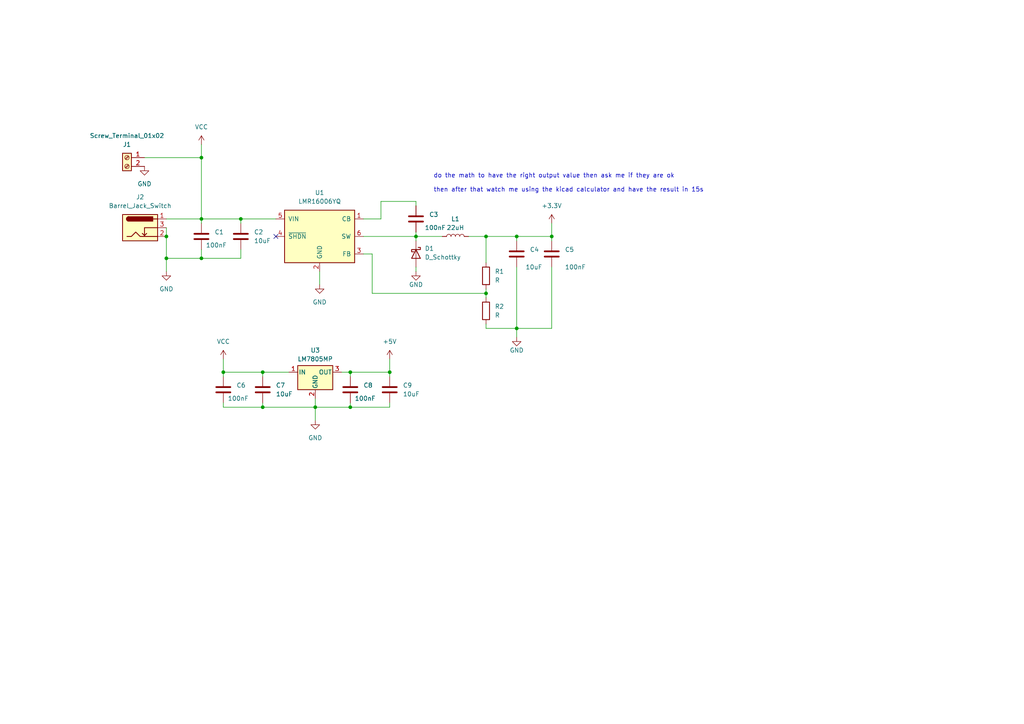
<source format=kicad_sch>
(kicad_sch (version 20230121) (generator eeschema)
  (paper "A4")
  (lib_symbols
    (symbol "Connector:Barrel_Jack_Switch" (pin_names hide)
      (property "Reference" "J" (at 0 5.334 0))
      (property "Value" "Barrel_Jack_Switch" (at 0 -5.08 0))
      (symbol "Barrel_Jack_Switch_0_1"
        (rectangle (start -5.08 3.81) (end 5.08 -3.81) (stroke (width 0.254)) (fill (type background)))
        (arc (start -3.302 3.175) (mid -3.9343 2.54) (end -3.302 1.905) (stroke (width 0.254)))
        (arc (start -3.302 3.175) (mid -3.9343 2.54) (end -3.302 1.905) (stroke (width 0.254)) (fill (type outline)))
        (polyline (pts (xy 1.27 -2.286) (xy 1.905 -1.651)) (stroke (width 0.254)))
        (polyline (pts (xy 5.08 2.54) (xy 3.81 2.54)) (stroke (width 0.254)))
        (polyline (pts (xy 5.08 0) (xy 1.27 0) (xy 1.27 -2.286) (xy 0.635 -1.651)) (stroke (width 0.254)))
        (polyline (pts (xy -3.81 -2.54) (xy -2.54 -2.54) (xy -1.27 -1.27) (xy 0 -2.54) (xy 2.54 -2.54) (xy 5.08 -2.54)) (stroke (width 0.254)))
        (rectangle (start 3.683 3.175) (end -3.302 1.905) (stroke (width 0.254)) (fill (type outline)))
      )
      (symbol "Barrel_Jack_Switch_1_1"
        (pin passive line (at 7.62 2.54 180) (length 2.54) (name "~") (number "1"))
        (pin passive line (at 7.62 -2.54 180) (length 2.54) (name "~") (number "2"))
        (pin passive line (at 7.62 0 180) (length 2.54) (name "~") (number "3"))
      )
    )
    (symbol "Connector:Screw_Terminal_01x02" (pin_names (offset 1.016) hide)
      (property "Reference" "J" (at 0 2.54 0))
      (property "Value" "Screw_Terminal_01x02" (at 0 -5.08 0))
      (symbol "Screw_Terminal_01x02_1_1"
        (rectangle (start -1.27 1.27) (end 1.27 -3.81) (stroke (width 0.254)) (fill (type background)))
        (circle (center 0 -2.54) (radius 0.635) (stroke (width 0.1524)))
        (polyline (pts (xy -0.5334 -2.2098) (xy 0.3302 -3.048)) (stroke (width 0.1524)))
        (polyline (pts (xy -0.5334 0.3302) (xy 0.3302 -0.508)) (stroke (width 0.1524)))
        (polyline (pts (xy -0.3556 -2.032) (xy 0.508 -2.8702)) (stroke (width 0.1524)))
        (polyline (pts (xy -0.3556 0.508) (xy 0.508 -0.3302)) (stroke (width 0.1524)))
        (circle (center 0 0) (radius 0.635) (stroke (width 0.1524)))
        (pin passive line (at -5.08 0 0) (length 3.81) (name "Pin_1") (number "1"))
        (pin passive line (at -5.08 -2.54 0) (length 3.81) (name "Pin_2") (number "2"))
      )
    )
    (symbol "Device:C" (pin_numbers hide) (pin_names (offset 0.254))
      (property "Reference" "C" (at 0.635 2.54 0))
      (property "Value" "C" (at 0.635 -2.54 0))
      (symbol "C_0_1"
        (polyline (pts (xy -2.032 -0.762) (xy 2.032 -0.762)) (stroke (width 0.508)))
        (polyline (pts (xy -2.032 0.762) (xy 2.032 0.762)) (stroke (width 0.508)))
      )
      (symbol "C_1_1"
        (pin passive line (at 0 3.81 270) (length 2.794) (name "~") (number "1"))
        (pin passive line (at 0 -3.81 90) (length 2.794) (name "~") (number "2"))
      )
    )
    (symbol "Device:D_Schottky" (pin_numbers hide) (pin_names (offset 1.016) hide)
      (property "Reference" "D" (at 0 2.54 0))
      (property "Value" "D_Schottky" (at 0 -2.54 0))
      (symbol "D_Schottky_0_1"
        (polyline (pts (xy 1.27 0) (xy -1.27 0)))
        (polyline (pts (xy 1.27 1.27) (xy 1.27 -1.27) (xy -1.27 0) (xy 1.27 1.27)) (stroke (width 0.254)))
        (polyline (pts (xy -1.905 0.635) (xy -1.905 1.27) (xy -1.27 1.27) (xy -1.27 -1.27) (xy -0.635 -1.27) (xy -0.635 -0.635)) (stroke (width 0.254)))
      )
      (symbol "D_Schottky_1_1"
        (pin passive line (at -3.81 0 0) (length 2.54) (name "K") (number "1"))
        (pin passive line (at 3.81 0 180) (length 2.54) (name "A") (number "2"))
      )
    )
    (symbol "Device:L" (pin_numbers hide) (pin_names (offset 1.016) hide)
      (property "Reference" "L" (at -1.27 0 90))
      (property "Value" "L" (at 1.905 0 90))
      (symbol "L_0_1"
        (arc (start 0 -2.54) (mid 0.6323 -1.905) (end 0 -1.27))
        (arc (start 0 -1.27) (mid 0.6323 -0.635) (end 0 0))
        (arc (start 0 0) (mid 0.6323 0.635) (end 0 1.27))
        (arc (start 0 1.27) (mid 0.6323 1.905) (end 0 2.54))
      )
      (symbol "L_1_1"
        (pin passive line (at 0 3.81 270) (length 1.27) (name "1") (number "1"))
        (pin passive line (at 0 -3.81 90) (length 1.27) (name "2") (number "2"))
      )
    )
    (symbol "Device:R" (pin_numbers hide) (pin_names (offset 0))
      (property "Reference" "R" (at 2.032 0 90))
      (property "Value" "R" (at 0 0 90))
      (symbol "R_0_1"
        (rectangle (start -1.016 -2.54) (end 1.016 2.54) (stroke (width 0.254)))
      )
      (symbol "R_1_1"
        (pin passive line (at 0 3.81 270) (length 1.27) (name "~") (number "1"))
        (pin passive line (at 0 -3.81 90) (length 1.27) (name "~") (number "2"))
      )
    )
    (symbol "Regulator_Linear:L7805" (pin_names (offset 0.254))
      (property "Reference" "U" (at -3.81 3.175 0))
      (property "Value" "L7805" (at 0 3.175 0))
      (symbol "L7805_0_1"
        (rectangle (start -5.08 1.905) (end 5.08 -5.08) (stroke (width 0.254)) (fill (type background)))
      )
      (symbol "L7805_1_1"
        (pin power_in line (at -7.62 0 0) (length 2.54) (name "IN") (number "1"))
        (pin power_in line (at 0 -7.62 90) (length 2.54) (name "GND") (number "2"))
        (pin power_out line (at 7.62 0 180) (length 2.54) (name "OUT") (number "3"))
      )
    )
    (symbol "Regulator_Switching:LMR16006YQ" (pin_names (offset 1.016))
      (property "Reference" "U" (at -10.16 11.43 0))
      (property "Value" "LMR16006YQ" (at -10.16 8.89 0))
      (symbol "LMR16006YQ_0_1"
        (rectangle (start -10.16 7.62) (end 10.16 -7.62) (stroke (width 0.254)) (fill (type background)))
      )
      (symbol "LMR16006YQ_1_1"
        (pin input line (at 12.7 5.08 180) (length 2.54) (name "CB") (number "1"))
        (pin power_in line (at 0 -10.16 90) (length 2.54) (name "GND") (number "2"))
        (pin input line (at 12.7 -5.08 180) (length 2.54) (name "FB") (number "3"))
        (pin input line (at -12.7 0 0) (length 2.54) (name "~{SHDN}") (number "4"))
        (pin power_in line (at -12.7 5.08 0) (length 2.54) (name "VIN") (number "5"))
        (pin output line (at 12.7 0 180) (length 2.54) (name "SW") (number "6"))
      )
    )
    (symbol "power:+3.3V" (power) (pin_names (offset 0))
      (property "Value" "+3.3V" (at 0 3.556 0))
      (symbol "+3.3V_0_1"
        (polyline (pts (xy -0.762 1.27) (xy 0 2.54)))
        (polyline (pts (xy 0 0) (xy 0 2.54)))
        (polyline (pts (xy 0 2.54) (xy 0.762 1.27)))
      )
      (symbol "+3.3V_1_1"
        (pin power_in line (at 0 0 90) (length 0) hide (name "+3.3V") (number "1"))
      )
    )
    (symbol "power:+5V" (power) (pin_names (offset 0))
      (property "Value" "+5V" (at 0 3.556 0))
      (symbol "+5V_0_1"
        (polyline (pts (xy -0.762 1.27) (xy 0 2.54)))
        (polyline (pts (xy 0 0) (xy 0 2.54)))
        (polyline (pts (xy 0 2.54) (xy 0.762 1.27)))
      )
      (symbol "+5V_1_1"
        (pin power_in line (at 0 0 90) (length 0) hide (name "+5V") (number "1"))
      )
    )
    (symbol "power:GND" (power) (pin_names (offset 0))
      (property "Value" "GND" (at 0 -3.81 0))
      (symbol "GND_0_1"
        (polyline (pts (xy 0 0) (xy 0 -1.27) (xy 1.27 -1.27) (xy 0 -2.54) (xy -1.27 -1.27) (xy 0 -1.27)))
      )
      (symbol "GND_1_1"
        (pin power_in line (at 0 0 270) (length 0) hide (name "GND") (number "1"))
      )
    )
    (symbol "power:VCC" (power) (pin_names (offset 0))
      (property "Value" "VCC" (at 0 3.81 0))
      (symbol "VCC_0_1"
        (polyline (pts (xy -0.762 1.27) (xy 0 2.54)))
        (polyline (pts (xy 0 0) (xy 0 2.54)))
        (polyline (pts (xy 0 2.54) (xy 0.762 1.27)))
      )
      (symbol "VCC_1_1"
        (pin power_in line (at 0 0 90) (length 0) hide (name "VCC") (number "1"))
      )
    )
  )
  (junction (at 48.26 74.93))
  (junction (at 91.44 118.11))
  (junction (at 64.77 107.95))
  (junction (at 140.97 68.58))
  (junction (at 149.86 95.25))
  (junction (at 76.2 118.11))
  (junction (at 58.42 63.5))
  (junction (at 48.26 68.58))
  (junction (at 113.03 107.95))
  (junction (at 58.42 45.72))
  (junction (at 149.86 68.58))
  (junction (at 120.65 68.58))
  (junction (at 101.6 118.11))
  (junction (at 69.85 63.5))
  (junction (at 101.6 107.95))
  (junction (at 140.97 85.09))
  (junction (at 58.42 74.93))
  (junction (at 160.02 68.58))
  (junction (at 76.2 107.95))
  (no_connect (at 80.01 68.58))
  (wire (pts (xy 69.85 72.39) (xy 69.85 74.93)))
  (wire (pts (xy 69.85 74.93) (xy 58.42 74.93)))
  (wire (pts (xy 101.6 116.84) (xy 101.6 118.11)))
  (wire (pts (xy 76.2 118.11) (xy 91.44 118.11)))
  (wire (pts (xy 149.86 95.25) (xy 140.97 95.25)))
  (wire (pts (xy 110.49 63.5) (xy 110.49 58.42)))
  (wire (pts (xy 76.2 107.95) (xy 76.2 109.22)))
  (wire (pts (xy 160.02 64.77) (xy 160.02 68.58)))
  (wire (pts (xy 91.44 115.57) (xy 91.44 118.11)))
  (wire (pts (xy 110.49 58.42) (xy 120.65 58.42)))
  (wire (pts (xy 91.44 118.11) (xy 91.44 121.92)))
  (wire (pts (xy 107.95 85.09) (xy 140.97 85.09)))
  (wire (pts (xy 69.85 63.5) (xy 80.01 63.5)))
  (wire (pts (xy 105.41 63.5) (xy 110.49 63.5)))
  (wire (pts (xy 92.71 78.74) (xy 92.71 82.55)))
  (wire (pts (xy 76.2 116.84) (xy 76.2 118.11)))
  (wire (pts (xy 128.27 68.58) (xy 120.65 68.58)))
  (wire (pts (xy 120.65 68.58) (xy 120.65 69.85)))
  (wire (pts (xy 140.97 85.09) (xy 140.97 86.36)))
  (wire (pts (xy 58.42 41.91) (xy 58.42 45.72)))
  (wire (pts (xy 58.42 72.39) (xy 58.42 74.93)))
  (wire (pts (xy 58.42 45.72) (xy 58.42 63.5)))
  (wire (pts (xy 99.06 107.95) (xy 101.6 107.95)))
  (wire (pts (xy 140.97 68.58) (xy 140.97 76.2)))
  (wire (pts (xy 69.85 63.5) (xy 69.85 64.77)))
  (wire (pts (xy 48.26 74.93) (xy 58.42 74.93)))
  (wire (pts (xy 101.6 118.11) (xy 113.03 118.11)))
  (wire (pts (xy 113.03 116.84) (xy 113.03 118.11)))
  (wire (pts (xy 64.77 118.11) (xy 76.2 118.11)))
  (wire (pts (xy 41.91 45.72) (xy 58.42 45.72)))
  (wire (pts (xy 120.65 58.42) (xy 120.65 59.69)))
  (wire (pts (xy 58.42 63.5) (xy 58.42 64.77)))
  (wire (pts (xy 149.86 68.58) (xy 140.97 68.58)))
  (wire (pts (xy 58.42 63.5) (xy 69.85 63.5)))
  (wire (pts (xy 160.02 77.47) (xy 160.02 95.25)))
  (wire (pts (xy 48.26 68.58) (xy 48.26 74.93)))
  (wire (pts (xy 160.02 95.25) (xy 149.86 95.25)))
  (wire (pts (xy 160.02 69.85) (xy 160.02 68.58)))
  (wire (pts (xy 140.97 95.25) (xy 140.97 93.98)))
  (wire (pts (xy 105.41 68.58) (xy 120.65 68.58)))
  (wire (pts (xy 120.65 77.47) (xy 120.65 78.74)))
  (wire (pts (xy 64.77 107.95) (xy 76.2 107.95)))
  (wire (pts (xy 149.86 69.85) (xy 149.86 68.58)))
  (wire (pts (xy 105.41 73.66) (xy 107.95 73.66)))
  (wire (pts (xy 101.6 107.95) (xy 113.03 107.95)))
  (wire (pts (xy 160.02 68.58) (xy 149.86 68.58)))
  (wire (pts (xy 140.97 83.82) (xy 140.97 85.09)))
  (wire (pts (xy 149.86 77.47) (xy 149.86 95.25)))
  (wire (pts (xy 64.77 107.95) (xy 64.77 109.22)))
  (wire (pts (xy 113.03 104.14) (xy 113.03 107.95)))
  (wire (pts (xy 48.26 63.5) (xy 58.42 63.5)))
  (wire (pts (xy 135.89 68.58) (xy 140.97 68.58)))
  (wire (pts (xy 91.44 118.11) (xy 101.6 118.11)))
  (wire (pts (xy 120.65 68.58) (xy 120.65 67.31)))
  (wire (pts (xy 101.6 107.95) (xy 101.6 109.22)))
  (wire (pts (xy 149.86 95.25) (xy 149.86 97.79)))
  (wire (pts (xy 48.26 74.93) (xy 48.26 78.74)))
  (wire (pts (xy 48.26 66.04) (xy 48.26 68.58)))
  (wire (pts (xy 76.2 107.95) (xy 83.82 107.95)))
  (wire (pts (xy 64.77 116.84) (xy 64.77 118.11)))
  (wire (pts (xy 64.77 104.14) (xy 64.77 107.95)))
  (wire (pts (xy 113.03 107.95) (xy 113.03 109.22)))
  (wire (pts (xy 107.95 73.66) (xy 107.95 85.09)))
  (text "do the math to have the right output value then ask me if they are ok\n\nthen after that watch me using the kicad calculator and have the result in 15s" (at 125.73 55.88 0) (effects (font (size 1.27 1.27)) (justify left bottom)))
  (symbol (lib_id "power:GND") (at 92.71 82.55 0) (unit 1)
    (property "Reference" "#PWR04" (effects hide))
    (property "Value" "GND" (at 92.71 87.63 0))
    (instances (project "Phishy_WLED" (path "" (reference "#PWR04") (unit 1))) (project "DeskWorkShelf" (path "" (reference "#PWR025") (unit 1)) (path "" (reference "#PWR024") (unit 1))))
  )
  (symbol (lib_id "Device:C") (at 76.2 113.03 0) (unit 1)
    (property "Reference" "C7" (at 80.01 111.76 0) (effects (justify left)))
    (property "Value" "10uF" (at 80.01 114.3 0) (effects (justify left)))
    (property "Footprint" "Capacitor_SMD:C_0805_2012Metric_Pad1.18x1.45mm_HandSolder" (effects hide))
    (instances (project "Phishy_WLED" (path "" (reference "C7") (unit 1))) (project "DeskWorkShelf" (path "" (reference "C3") (unit 1)) (path "" (reference "C3") (unit 1))))
  )
  (symbol (lib_id "Device:C") (at 160.02 73.66 0) (unit 1)
    (property "Reference" "C5" (at 163.83 72.39 0) (effects (justify left)))
    (property "Value" "100nF" (at 163.83 77.47 0) (effects (justify left)))
    (property "Footprint" "Capacitor_SMD:C_0805_2012Metric_Pad1.18x1.45mm_HandSolder" (effects hide))
    (instances (project "Phishy_WLED" (path "" (reference "C5") (unit 1))) (project "DeskWorkShelf" (path "" (reference "C3") (unit 1)) (path "" (reference "C7") (unit 1))))
  )
  (symbol (lib_id "Device:C") (at 120.65 63.5 0) (unit 1)
    (property "Reference" "C3" (at 124.46 62.23 0) (effects (justify left)))
    (property "Value" "100nF" (at 123.19 66.04 0) (effects (justify left)))
    (property "Footprint" "Capacitor_SMD:C_0805_2012Metric_Pad1.18x1.45mm_HandSolder" (effects hide))
    (instances (project "Phishy_WLED" (path "" (reference "C3") (unit 1))) (project "DeskWorkShelf" (path "" (reference "C3") (unit 1)) (path "" (reference "C4") (unit 1))))
  )
  (symbol (lib_id "power:GND") (at 149.86 97.79 0) (unit 1)
    (property "Reference" "#PWR06" (effects hide))
    (property "Value" "GND" (at 149.86 101.6 0))
    (instances (project "Phishy_WLED" (path "" (reference "#PWR06") (unit 1))) (project "DeskWorkShelf" (path "" (reference "#PWR025") (unit 1)) (path "" (reference "#PWR027") (unit 1))))
  )
  (symbol (lib_id "Device:C") (at 113.03 113.03 0) (unit 1)
    (property "Reference" "C9" (at 116.84 111.76 0) (effects (justify left)))
    (property "Value" "10uF" (at 116.84 114.3 0) (effects (justify left)))
    (property "Footprint" "Capacitor_SMD:C_0805_2012Metric_Pad1.18x1.45mm_HandSolder" (effects hide))
    (instances (project "Phishy_WLED" (path "" (reference "C9") (unit 1))) (project "DeskWorkShelf" (path "" (reference "C3") (unit 1)) (path "" (reference "C3") (unit 1))))
  )
  (symbol (lib_id "power:+5V") (at 113.03 104.14 0) (unit 1)
    (property "Reference" "#PWR024" (effects hide))
    (property "Value" "+5V" (at 113.03 99.06 0))
  )
  (symbol (lib_id "power:GND") (at 41.91 48.26 0) (unit 1)
    (property "Reference" "#PWR01" (effects hide))
    (property "Value" "GND" (at 41.91 53.34 0))
    (instances (project "Phishy_WLED" (path "" (reference "#PWR01") (unit 1))) (project "DeskWorkShelf" (path "" (reference "#PWR029") (unit 1)) (path "" (reference "#PWR020") (unit 1))))
  )
  (symbol (lib_id "Regulator_Switching:LMR16006YQ") (at 92.71 68.58 0) (unit 1)
    (property "Reference" "U1" (at 92.71 55.88 0))
    (property "Value" "LMR16006YQ" (at 92.71 58.42 0))
    (property "Footprint" "Package_TO_SOT_SMD:SOT-23-6" (effects hide))
    (property "Datasheet" "http://www.ti.com/lit/ds/symlink/lmr16006y-q1.pdf" (effects hide))
    (instances (project "Phishy_WLED" (path "" (reference "U1") (unit 1))) (project "DeskWorkShelf" (path "" (reference "U4") (unit 1))))
  )
  (symbol (lib_id "Device:C") (at 58.42 68.58 0) (unit 1)
    (property "Reference" "C1" (at 62.23 67.31 0) (effects (justify left)))
    (property "Value" "100nF" (at 59.69 71.12 0) (effects (justify left)))
    (property "Footprint" "Capacitor_SMD:C_0805_2012Metric_Pad1.18x1.45mm_HandSolder" (effects hide))
    (instances (project "Phishy_WLED" (path "" (reference "C1") (unit 1))) (project "DeskWorkShelf" (path "" (reference "C3") (unit 1)) (path "" (reference "C5") (unit 1))))
  )
  (symbol (lib_id "power:VCC") (at 58.42 41.91 0) (unit 1)
    (property "Reference" "#PWR03" (effects hide))
    (property "Value" "VCC" (at 58.42 36.83 0))
  )
  (symbol (lib_id "power:VCC") (at 64.77 104.14 0) (unit 1)
    (property "Reference" "#PWR022" (effects hide))
    (property "Value" "VCC" (at 64.77 99.06 0))
  )
  (symbol (lib_id "Device:R") (at 140.97 80.01 0) (unit 1)
    (property "Reference" "R1" (at 143.51 78.74 0) (effects (justify left)))
    (property "Value" "R" (at 143.51 81.28 0) (effects (justify left)))
    (instances (project "Phishy_WLED" (path "" (reference "R1") (unit 1))) (project "DeskWorkShelf" (path "" (reference "R8") (unit 1))))
  )
  (symbol (lib_id "Connector:Barrel_Jack_Switch") (at 40.64 66.04 0) (unit 1)
    (property "Reference" "J2" (at 40.64 57.15 0))
    (property "Value" "Barrel_Jack_Switch" (at 40.64 59.69 0))
    (property "Footprint" "Connector_BarrelJack:BarrelJack_Horizontal" (effects hide))
  )
  (symbol (lib_id "Device:C") (at 101.6 113.03 0) (unit 1)
    (property "Reference" "C8" (at 105.41 111.76 0) (effects (justify left)))
    (property "Value" "100nF" (at 102.87 115.57 0) (effects (justify left)))
    (property "Footprint" "Capacitor_SMD:C_0805_2012Metric_Pad1.18x1.45mm_HandSolder" (effects hide))
    (instances (project "Phishy_WLED" (path "" (reference "C8") (unit 1))) (project "DeskWorkShelf" (path "" (reference "C3") (unit 1)) (path "" (reference "C5") (unit 1))))
  )
  (symbol (lib_id "Device:D_Schottky") (at 120.65 73.66 270) (unit 1)
    (property "Reference" "D1" (at 123.19 72.0725 90) (effects (justify left)))
    (property "Value" "D_Schottky" (at 123.19 74.6125 90) (effects (justify left)))
  )
  (symbol (lib_id "Device:R") (at 140.97 90.17 0) (unit 1)
    (property "Reference" "R2" (at 143.51 88.9 0) (effects (justify left)))
    (property "Value" "R" (at 143.51 91.44 0) (effects (justify left)))
    (instances (project "Phishy_WLED" (path "" (reference "R2") (unit 1))) (project "DeskWorkShelf" (path "" (reference "R7") (unit 1))))
  )
  (symbol (lib_id "power:+3.3V") (at 160.02 64.77 0) (unit 1)
    (property "Reference" "#PWR07" (effects hide))
    (property "Value" "+3.3V" (at 160.02 59.69 0))
    (instances (project "Phishy_WLED" (path "" (reference "#PWR07") (unit 1))) (project "DeskWorkShelf" (path "" (reference "#PWR018") (unit 1))))
  )
  (symbol (lib_id "Device:C") (at 64.77 113.03 0) (unit 1)
    (property "Reference" "C6" (at 68.58 111.76 0) (effects (justify left)))
    (property "Value" "100nF" (at 66.04 115.57 0) (effects (justify left)))
    (property "Footprint" "Capacitor_SMD:C_0805_2012Metric_Pad1.18x1.45mm_HandSolder" (effects hide))
    (instances (project "Phishy_WLED" (path "" (reference "C6") (unit 1))) (project "DeskWorkShelf" (path "" (reference "C3") (unit 1)) (path "" (reference "C5") (unit 1))))
  )
  (symbol (lib_id "power:GND") (at 91.44 121.92 0) (unit 1)
    (property "Reference" "#PWR023" (effects hide))
    (property "Value" "GND" (at 91.44 127 0))
    (instances (project "Phishy_WLED" (path "" (reference "#PWR023") (unit 1))) (project "DeskWorkShelf" (path "" (reference "#PWR025") (unit 1)) (path "" (reference "#PWR024") (unit 1))))
  )
  (symbol (lib_id "power:GND") (at 120.65 78.74 0) (unit 1)
    (property "Reference" "#PWR05" (effects hide))
    (property "Value" "GND" (at 120.65 82.55 0))
    (instances (project "Phishy_WLED" (path "" (reference "#PWR05") (unit 1))) (project "DeskWorkShelf" (path "" (reference "#PWR025") (unit 1)) (path "" (reference "#PWR026") (unit 1))))
  )
  (symbol (lib_id "power:GND") (at 48.26 78.74 0) (unit 1)
    (property "Reference" "#PWR02" (effects hide))
    (property "Value" "GND" (at 48.26 83.82 0))
    (instances (project "Phishy_WLED" (path "" (reference "#PWR02") (unit 1))) (project "DeskWorkShelf" (path "" (reference "#PWR025") (unit 1)) (path "" (reference "#PWR023") (unit 1))))
  )
  (symbol (lib_id "Device:C") (at 149.86 73.66 0) (unit 1)
    (property "Reference" "C4" (at 153.67 72.39 0) (effects (justify left)))
    (property "Value" "10uF" (at 152.4 77.47 0) (effects (justify left)))
    (property "Footprint" "Capacitor_SMD:C_0805_2012Metric_Pad1.18x1.45mm_HandSolder" (effects hide))
    (instances (project "Phishy_WLED" (path "" (reference "C4") (unit 1))) (project "DeskWorkShelf" (path "" (reference "C3") (unit 1)) (path "" (reference "C6") (unit 1))))
  )
  (symbol (lib_id "Regulator_Linear:L7805") (at 91.44 107.95 0) (unit 1)
    (property "Reference" "U3" (at 91.44 101.6 0))
    (property "Value" "LM7805MP" (at 91.44 104.14 0))
    (property "Footprint" "Package_TO_SOT_SMD:SOT-223-3_TabPin2" (effects hide))
    (property "Datasheet" "http://www.st.com/content/ccc/resource/technical/document/datasheet/41/4f/b3/b0/12/d4/47/88/CD00000444.pdf/files/CD00000444.pdf/jcr:content/translations/en.CD00000444.pdf" (effects hide))
  )
  (symbol (lib_id "Connector:Screw_Terminal_01x02") (at 36.83 45.72 0) (mirror y) (unit 1)
    (property "Reference" "J1" (at 36.83 41.91 0))
    (property "Value" "Screw_Terminal_01x02" (at 36.83 39.37 0))
    (property "Footprint" "TerminalBlock:TerminalBlock_bornier-2_P5.08mm" (effects hide))
  )
  (symbol (lib_id "Device:C") (at 69.85 68.58 0) (unit 1)
    (property "Reference" "C2" (at 73.66 67.31 0) (effects (justify left)))
    (property "Value" "10uF" (at 73.66 69.85 0) (effects (justify left)))
    (property "Footprint" "Capacitor_SMD:C_0805_2012Metric_Pad1.18x1.45mm_HandSolder" (effects hide))
    (instances (project "Phishy_WLED" (path "" (reference "C2") (unit 1))) (project "DeskWorkShelf" (path "" (reference "C3") (unit 1)) (path "" (reference "C3") (unit 1))))
  )
  (symbol (lib_id "Device:L") (at 132.08 68.58 90) (unit 1)
    (property "Reference" "L1" (at 132.08 63.5 90))
    (property "Value" "22uH" (at 132.08 66.04 90))
  )
)
</source>
